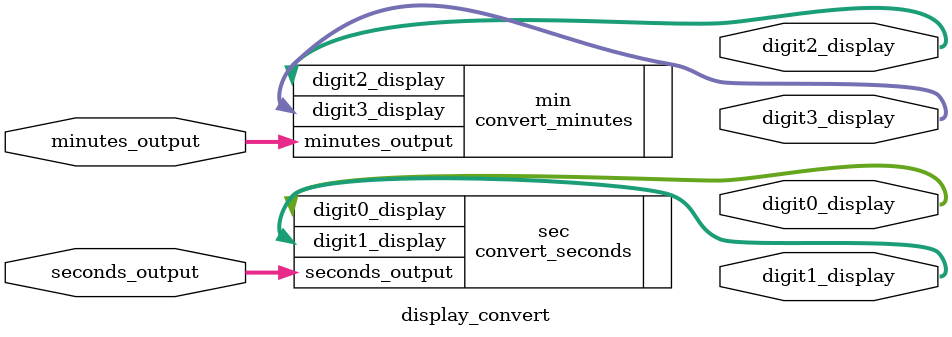
<source format=v>
`timescale 1ns / 1ps

module display_convert(
    input [5:0]     seconds_output,
    input [6:0]     minutes_output,

    output [7:0]    digit0_display,     // What to display on each digit
    output [7:0]    digit1_display,
    output [7:0]    digit2_display,
    output [7:0]    digit3_display
    );

convert_seconds sec(
    .seconds_output(seconds_output),

    .digit0_display(digit0_display),
    .digit1_display(digit1_display)
    );

convert_minutes min(
    .minutes_output(minutes_output),

    .digit2_display(digit2_display),
    .digit3_display(digit3_display)
    );

endmodule // display_convert
</source>
